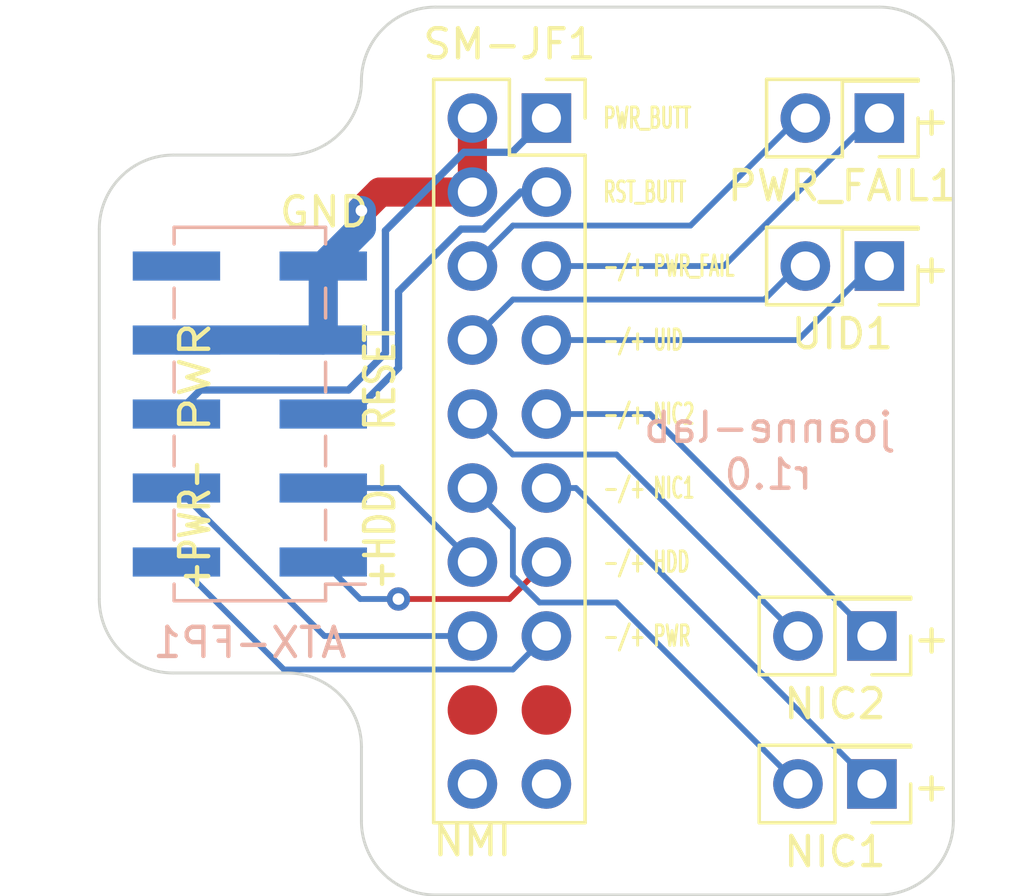
<source format=kicad_pcb>
(kicad_pcb (version 20221018) (generator pcbnew)
  (layers (0 "F.Cu" signal) (31 "B.Cu" signal) (34 "B.Paste" user) (35 "F.Paste" user) (36 "B.SilkS" user "B.Silkscreen") (37 "F.SilkS" user "F.Silkscreen") (38 "B.Mask" user) (39 "F.Mask" user) (44 "Edge.Cuts" user))
  (net 0 "")
  (net 1 "/HDD_LED+")
  (net 2 "/PWR_LED+")
  (net 3 "/HDD_LED-")
  (net 4 "/PWR_LED-")
  (net 5 "/RESET_BUTT")
  (net 6 "/PWR_BUTT")
  (net 7 "GND")
  (net 9 "/NIC1_LED-")
  (net 10 "/NIC1_LED+")
  (net 11 "/NIC2_LED-")
  (net 12 "/NIC2_LED+")
  (net 13 "/PWR_FAIL_LED-")
  (net 14 "/PWR_FAIL_LED+")
  (net 15 "/UID_LED-")
  (net 16 "/UID_LED+")
  (net 17 "/NMI")
  (footprint "Connector_PinHeader_2.54mm:PinHeader_2x01_P2.54mm_Vertical" (layer "F.Cu") (at 122.936 81.28 180)
    (fp_text reference "NIC2" (at 1.27 -2.33) (layer "F.SilkS"))
    (fp_text value "Conn_01x02_Pin")
    (fp_line (start -1.33 -1.33) (end 0 -1.33) (stroke (width 0.12)) (layer "F.SilkS"))
    (fp_line (start -1.33 0) (end -1.33 -1.33) (stroke (width 0.12)) (layer "F.SilkS"))
    (fp_line (start -1.33 1.27) (end -1.33 1.33) (stroke (width 0.12)) (layer "F.SilkS"))
    (fp_line (start -1.33 1.27) (end 1.27 1.27) (stroke (width 0.12)) (layer "F.SilkS"))
    (fp_line (start -1.33 1.33) (end 3.87 1.33) (stroke (width 0.12)) (layer "F.SilkS"))
    (fp_line (start 1.27 -1.33) (end 3.87 -1.33) (stroke (width 0.12)) (layer "F.SilkS"))
    (fp_line (start 1.27 1.27) (end 1.27 -1.33) (stroke (width 0.12)) (layer "F.SilkS"))
    (fp_line (start 3.87 -1.33) (end 3.87 1.33) (stroke (width 0.12)) (layer "F.SilkS"))
    (pad "1" thru_hole rect (at 0 0 180) (size 1.7 1.7) (drill 1) (layers "*.Cu" "*.Mask") (net 12 "/NIC2_LED+"))
    (pad "2" thru_hole oval (at 2.54 0 180) (size 1.7 1.7) (drill 1) (layers "*.Cu" "*.Mask") (net 11 "/NIC2_LED-"))
  )
  (footprint "Connector_PinSocket_2.54mm:PinSocket_2x10_P2.54mm_Vertical" (layer "F.Cu") (at 111.76 63.5)
    (fp_text reference "SM-JF1" (at -1.27 -2.54) (layer "F.SilkS"))
    (fp_text value "Conn_02x10_Odd_Even")
    (fp_line (start -3.87 -1.33) (end -3.87 24.19) (stroke (width 0.12)) (layer "F.SilkS"))
    (fp_line (start -3.87 -1.33) (end -1.27 -1.33) (stroke (width 0.12)) (layer "F.SilkS"))
    (fp_line (start -3.87 24.19) (end 1.33 24.19) (stroke (width 0.12)) (layer "F.SilkS"))
    (fp_line (start -1.27 -1.33) (end -1.27 1.27) (stroke (width 0.12)) (layer "F.SilkS"))
    (fp_line (start -1.27 1.27) (end 1.33 1.27) (stroke (width 0.12)) (layer "F.SilkS"))
    (fp_line (start 0 -1.33) (end 1.33 -1.33) (stroke (width 0.12)) (layer "F.SilkS"))
    (fp_line (start 1.33 -1.33) (end 1.33 0) (stroke (width 0.12)) (layer "F.SilkS"))
    (fp_line (start 1.33 1.27) (end 1.33 24.19) (stroke (width 0.12)) (layer "F.SilkS"))
    (pad "1" thru_hole rect (at 0 0) (size 1.7 1.7) (drill 1) (layers "*.Cu" "*.Mask") (net 6 "/PWR_BUTT"))
    (pad "2" thru_hole oval (at -2.54 0) (size 1.7 1.7) (drill 1) (layers "*.Cu" "*.Mask") (net 7 "GND"))
    (pad "3" thru_hole oval (at 0 2.54) (size 1.7 1.7) (drill 1) (layers "*.Cu" "*.Mask") (net 5 "/RESET_BUTT"))
    (pad "4" thru_hole oval (at -2.54 2.54) (size 1.7 1.7) (drill 1) (layers "*.Cu" "*.Mask") (net 7 "GND"))
    (pad "5" thru_hole oval (at 0 5.08) (size 1.7 1.7) (drill 1) (layers "*.Cu" "*.Mask") (net 14 "/PWR_FAIL_LED+"))
    (pad "6" thru_hole oval (at -2.54 5.08) (size 1.7 1.7) (drill 1) (layers "*.Cu" "*.Mask") (net 13 "/PWR_FAIL_LED-"))
    (pad "7" thru_hole oval (at 0 7.62) (size 1.7 1.7) (drill 1) (layers "*.Cu" "*.Mask") (net 16 "/UID_LED+"))
    (pad "8" thru_hole oval (at -2.54 7.62) (size 1.7 1.7) (drill 1) (layers "*.Cu" "*.Mask") (net 15 "/UID_LED-"))
    (pad "9" thru_hole oval (at 0 10.16) (size 1.7 1.7) (drill 1) (layers "*.Cu" "*.Mask") (net 12 "/NIC2_LED+"))
    (pad "10" thru_hole oval (at -2.54 10.16) (size 1.7 1.7) (drill 1) (layers "*.Cu" "*.Mask") (net 11 "/NIC2_LED-"))
    (pad "11" thru_hole oval (at 0 12.7) (size 1.7 1.7) (drill 1) (layers "*.Cu" "*.Mask") (net 10 "/NIC1_LED+"))
    (pad "12" thru_hole oval (at -2.54 12.7) (size 1.7 1.7) (drill 1) (layers "*.Cu" "*.Mask") (net 9 "/NIC1_LED-"))
    (pad "13" thru_hole oval (at 0 15.24) (size 1.7 1.7) (drill 1) (layers "*.Cu" "*.Mask") (net 1 "/HDD_LED+"))
    (pad "14" thru_hole oval (at -2.54 15.24) (size 1.7 1.7) (drill 1) (layers "*.Cu" "*.Mask") (net 3 "/HDD_LED-"))
    (pad "15" thru_hole oval (at 0 17.78) (size 1.7 1.7) (drill 1) (layers "*.Cu" "*.Mask") (net 2 "/PWR_LED+"))
    (pad "16" thru_hole oval (at -2.54 17.78) (size 1.7 1.7) (drill 1) (layers "*.Cu" "*.Mask") (net 4 "/PWR_LED-"))
    (pad "17" smd oval (at 0 20.32) (size 1.7 1.7) (layers "F.Cu" "Dwgs.User"))
    (pad "18" smd oval (at -2.54 20.32) (size 1.7 1.7) (layers "F.Cu" "Dwgs.User"))
    (pad "19" thru_hole oval (at 0 22.86) (size 1.7 1.7) (drill 1) (layers "*.Cu" "*.Mask"))
    (pad "20" thru_hole oval (at -2.54 22.86) (size 1.7 1.7) (drill 1) (layers "*.Cu" "*.Mask") (net 17 "/NMI"))
  )
  (footprint "Connector_PinHeader_2.54mm:PinHeader_2x01_P2.54mm_Vertical" (layer "F.Cu") (at 122.936 86.36 180)
    (fp_text reference "NIC1" (at 1.27 -2.33) (layer "F.SilkS"))
    (fp_text value "Conn_01x02_Pin")
    (fp_line (start -1.33 -1.33) (end 0 -1.33) (stroke (width 0.12)) (layer "F.SilkS"))
    (fp_line (start -1.33 0) (end -1.33 -1.33) (stroke (width 0.12)) (layer "F.SilkS"))
    (fp_line (start -1.33 1.27) (end -1.33 1.33) (stroke (width 0.12)) (layer "F.SilkS"))
    (fp_line (start -1.33 1.27) (end 1.27 1.27) (stroke (width 0.12)) (layer "F.SilkS"))
    (fp_line (start -1.33 1.33) (end 3.87 1.33) (stroke (width 0.12)) (layer "F.SilkS"))
    (fp_line (start 1.27 -1.33) (end 3.87 -1.33) (stroke (width 0.12)) (layer "F.SilkS"))
    (fp_line (start 1.27 1.27) (end 1.27 -1.33) (stroke (width 0.12)) (layer "F.SilkS"))
    (fp_line (start 3.87 -1.33) (end 3.87 1.33) (stroke (width 0.12)) (layer "F.SilkS"))
    (pad "1" thru_hole rect (at 0 0 180) (size 1.7 1.7) (drill 1) (layers "*.Cu" "*.Mask") (net 10 "/NIC1_LED+"))
    (pad "2" thru_hole oval (at 2.54 0 180) (size 1.7 1.7) (drill 1) (layers "*.Cu" "*.Mask") (net 9 "/NIC1_LED-"))
  )
  (footprint "Connector_PinHeader_2.54mm:PinHeader_2x01_P2.54mm_Vertical" (layer "F.Cu") (at 123.19 63.5 180)
    (fp_text reference "PWR_FAIL1" (at 1.27 -2.33) (layer "F.SilkS"))
    (fp_text value "Conn_01x02_Pin")
    (fp_line (start -1.33 -1.33) (end 0 -1.33) (stroke (width 0.12)) (layer "F.SilkS"))
    (fp_line (start -1.33 0) (end -1.33 -1.33) (stroke (width 0.12)) (layer "F.SilkS"))
    (fp_line (start -1.33 1.27) (end -1.33 1.33) (stroke (width 0.12)) (layer "F.SilkS"))
    (fp_line (start -1.33 1.27) (end 1.27 1.27) (stroke (width 0.12)) (layer "F.SilkS"))
    (fp_line (start -1.33 1.33) (end 3.87 1.33) (stroke (width 0.12)) (layer "F.SilkS"))
    (fp_line (start 1.27 -1.33) (end 3.87 -1.33) (stroke (width 0.12)) (layer "F.SilkS"))
    (fp_line (start 1.27 1.27) (end 1.27 -1.33) (stroke (width 0.12)) (layer "F.SilkS"))
    (fp_line (start 3.87 -1.33) (end 3.87 1.33) (stroke (width 0.12)) (layer "F.SilkS"))
    (pad "1" thru_hole rect (at 0 0 180) (size 1.7 1.7) (drill 1) (layers "*.Cu" "*.Mask") (net 14 "/PWR_FAIL_LED+"))
    (pad "2" thru_hole oval (at 2.54 0 180) (size 1.7 1.7) (drill 1) (layers "*.Cu" "*.Mask") (net 13 "/PWR_FAIL_LED-"))
  )
  (footprint "Connector_PinHeader_2.54mm:PinHeader_2x01_P2.54mm_Vertical" (layer "F.Cu") (at 123.19 68.58 180)
    (fp_text reference "UID1" (at 1.27 -2.33) (layer "F.SilkS"))
    (fp_text value "Conn_01x02_Pin")
    (fp_line (start -1.33 -1.33) (end 0 -1.33) (stroke (width 0.12)) (layer "F.SilkS"))
    (fp_line (start -1.33 0) (end -1.33 -1.33) (stroke (width 0.12)) (layer "F.SilkS"))
    (fp_line (start -1.33 1.27) (end -1.33 1.33) (stroke (width 0.12)) (layer "F.SilkS"))
    (fp_line (start -1.33 1.27) (end 1.27 1.27) (stroke (width 0.12)) (layer "F.SilkS"))
    (fp_line (start -1.33 1.33) (end 3.87 1.33) (stroke (width 0.12)) (layer "F.SilkS"))
    (fp_line (start 1.27 -1.33) (end 3.87 -1.33) (stroke (width 0.12)) (layer "F.SilkS"))
    (fp_line (start 1.27 1.27) (end 1.27 -1.33) (stroke (width 0.12)) (layer "F.SilkS"))
    (fp_line (start 3.87 -1.33) (end 3.87 1.33) (stroke (width 0.12)) (layer "F.SilkS"))
    (pad "1" thru_hole rect (at 0 0 180) (size 1.7 1.7) (drill 1) (layers "*.Cu" "*.Mask") (net 16 "/UID_LED+"))
    (pad "2" thru_hole oval (at 2.54 0 180) (size 1.7 1.7) (drill 1) (layers "*.Cu" "*.Mask") (net 15 "/UID_LED-"))
  )
  (footprint "Connector_PinSocket_2.54mm:PinSocket_2x05_P2.54mm_Vertical_SMD" (layer "B.Cu") (at 101.58 73.66)
    (fp_text reference "ATX-FP1" (at 0 7.85 180) (layer "B.SilkS") (effects (justify mirror)))
    (fp_text value "Conn_02x05_Odd_Even")
    (fp_line (start -2.6 -6.41) (end 2.6 -6.41) (stroke (width 0.12)) (layer "B.SilkS"))
    (fp_line (start -2.6 -5.84) (end -2.6 -6.41) (stroke (width 0.12)) (layer "B.SilkS"))
    (fp_line (start -2.6 -3.3) (end -2.6 -4.32) (stroke (width 0.12)) (layer "B.SilkS"))
    (fp_line (start -2.6 -0.76) (end -2.6 -1.78) (stroke (width 0.12)) (layer "B.SilkS"))
    (fp_line (start -2.6 1.78) (end -2.6 0.76) (stroke (width 0.12)) (layer "B.SilkS"))
    (fp_line (start -2.6 4.32) (end -2.6 3.3) (stroke (width 0.12)) (layer "B.SilkS"))
    (fp_line (start -2.6 6.41) (end -2.6 5.84) (stroke (width 0.12)) (layer "B.SilkS"))
    (fp_line (start -2.6 6.41) (end 2.6 6.41) (stroke (width 0.12)) (layer "B.SilkS"))
    (fp_line (start 2.6 -5.84) (end 2.6 -6.41) (stroke (width 0.12)) (layer "B.SilkS"))
    (fp_line (start 2.6 -3.3) (end 2.6 -4.32) (stroke (width 0.12)) (layer "B.SilkS"))
    (fp_line (start 2.6 -0.76) (end 2.6 -1.78) (stroke (width 0.12)) (layer "B.SilkS"))
    (fp_line (start 2.6 1.78) (end 2.6 0.76) (stroke (width 0.12)) (layer "B.SilkS"))
    (fp_line (start 2.6 4.32) (end 2.6 3.3) (stroke (width 0.12)) (layer "B.SilkS"))
    (fp_line (start 2.6 5.84) (end 3.96 5.84) (stroke (width 0.12)) (layer "B.SilkS"))
    (fp_line (start 2.6 6.41) (end 2.6 5.84) (stroke (width 0.12)) (layer "B.SilkS"))
    (pad "1" smd rect (at 2.52 5.08) (size 3 1) (layers "B.Cu" "B.Paste" "B.Mask") (net 1 "/HDD_LED+"))
    (pad "2" smd rect (at -2.52 5.08) (size 3 1) (layers "B.Cu" "B.Paste" "B.Mask") (net 2 "/PWR_LED+"))
    (pad "3" smd rect (at 2.52 2.54) (size 3 1) (layers "B.Cu" "B.Paste" "B.Mask") (net 3 "/HDD_LED-"))
    (pad "4" smd rect (at -2.52 2.54) (size 3 1) (layers "B.Cu" "B.Paste" "B.Mask") (net 4 "/PWR_LED-"))
    (pad "5" smd rect (at 2.52 0) (size 3 1) (layers "B.Cu" "B.Paste" "B.Mask") (net 5 "/RESET_BUTT"))
    (pad "6" smd rect (at -2.52 0) (size 3 1) (layers "B.Cu" "B.Paste" "B.Mask") (net 6 "/PWR_BUTT"))
    (pad "7" smd rect (at 2.52 -2.54) (size 3 1) (layers "B.Cu" "B.Paste" "B.Mask") (net 7 "GND"))
    (pad "8" smd rect (at -2.52 -2.54) (size 3 1) (layers "B.Cu" "B.Paste" "B.Mask") (net 7 "GND"))
    (pad "9" smd rect (at 2.52 -5.08) (size 3 1) (layers "B.Cu" "B.Paste" "B.Mask") (net 7 "GND"))
    (pad "10" smd rect (at -2.52 -5.08) (size 3 1) (layers "B.Cu" "B.Paste" "B.Mask"))
  )
  (gr_arc (start 125.73 87.63) (mid 124.986051 89.426051) (end 123.19 90.17) (stroke (width 0.1)) (layer "Edge.Cuts"))
  (gr_line (start 123.19 59.69) (end 107.95 59.69) (stroke (width 0.1)) (layer "Edge.Cuts"))
  (gr_line (start 102.87 64.77) (end 98.951051 64.77) (stroke (width 0.1)) (layer "Edge.Cuts"))
  (gr_line (start 105.41 85.09) (end 105.41 87.63) (stroke (width 0.1)) (layer "Edge.Cuts"))
  (gr_arc (start 107.95 90.17) (mid 106.153949 89.426051) (end 105.41 87.63) (stroke (width 0.1)) (layer "Edge.Cuts"))
  (gr_arc (start 98.951051 82.55) (mid 97.155 81.806051) (end 96.411051 80.01) (stroke (width 0.1)) (layer "Edge.Cuts"))
  (gr_line (start 96.411051 80.01) (end 96.411051 67.31) (stroke (width 0.1)) (layer "Edge.Cuts"))
  (gr_arc (start 105.41 62.23) (mid 106.153949 60.433949) (end 107.95 59.69) (stroke (width 0.1)) (layer "Edge.Cuts"))
  (gr_line (start 125.73 62.23) (end 125.73 87.63) (stroke (width 0.1)) (layer "Edge.Cuts"))
  (gr_arc (start 105.41 62.23) (mid 104.666051 64.026051) (end 102.87 64.77) (stroke (width 0.1)) (layer "Edge.Cuts"))
  (gr_arc (start 102.87 82.55) (mid 104.666051 83.293949) (end 105.41 85.09) (stroke (width 0.1)) (layer "Edge.Cuts"))
  (gr_line (start 123.19 90.17) (end 107.95 90.17) (stroke (width 0.1)) (layer "Edge.Cuts"))
  (gr_line (start 98.951051 82.55) (end 102.87 82.55) (stroke (width 0.1)) (layer "Edge.Cuts"))
  (gr_arc (start 123.19 59.69) (mid 124.986051 60.433949) (end 125.73 62.23) (stroke (width 0.1)) (layer "Edge.Cuts"))
  (gr_arc (start 96.411051 67.31) (mid 97.155 65.513949) (end 98.951051 64.77) (stroke (width 0.1)) (layer "Edge.Cuts"))
  (gr_text "joanne-lab\nr1.0" (at 119.38 74.93) (layer "B.SilkS") (effects (font (size 1 1)) (justify mirror)))
  (gr_text "GND" (at 104.14 67.31) (layer "F.SilkS") (effects (font (size 1 1)) (justify bottom)))
  (gr_text "RST_BUTT" (at 113.665 66.04) (layer "F.SilkS") (effects (font (size 0.7 0.4) (thickness 0.1)) (justify left)))
  (gr_text "NMI" (at 109.22 88.9) (layer "F.SilkS") (effects (font (size 1 1)) (justify bottom)))
  (gr_text "+HDD-" (at 106.045 77.47 90) (layer "F.SilkS") (effects (font (size 1 0.8))))
  (gr_text "-/+ NIC1" (at 113.665 76.2) (layer "F.SilkS") (effects (font (size 0.7 0.4) (thickness 0.1)) (justify left)))
  (gr_text "-/+ NIC2" (at 113.665 73.66) (layer "F.SilkS") (effects (font (size 0.7 0.4) (thickness 0.1)) (justify left)))
  (gr_text "+" (at 124.266 81.945) (layer "F.SilkS") (effects (font (size 1 1)) (justify left bottom)))
  (gr_text "+" (at 124.266 87.025) (layer "F.SilkS") (effects (font (size 1 1)) (justify left bottom)))
  (gr_text "-/+ UID" (at 113.665 71.12) (layer "F.SilkS") (effects (font (size 0.7 0.4) (thickness 0.1)) (justify left)))
  (gr_text "-/+ PWR\n" (at 113.665 81.28) (layer "F.SilkS") (effects (font (size 0.7 0.4) (thickness 0.1)) (justify left)))
  (gr_text "+" (at 124.266 69.245) (layer "F.SilkS") (effects (font (size 1 1)) (justify left bottom)))
  (gr_text "PWR" (at 99.695 72.39 90) (layer "F.SilkS") (effects (font (size 1 1.2))))
  (gr_text "RESET" (at 106.045 72.39 90) (layer "F.SilkS") (effects (font (size 1 0.8))))
  (gr_text "PWR_BUTT" (at 113.665 63.5) (layer "F.SilkS") (effects (font (size 0.7 0.4) (thickness 0.1)) (justify left)))
  (gr_text "+\n" (at 124.266 64.165) (layer "F.SilkS") (effects (font (size 1 1)) (justify left bottom)))
  (gr_text "+PWR-" (at 99.695 77.47 90) (layer "F.SilkS") (effects (font (size 1 0.8))))
  (gr_text "-/+ HDD" (at 113.665 78.74) (layer "F.SilkS") (effects (font (size 0.7 0.4) (thickness 0.1)) (justify left)))
  (gr_text "-/+ PWR_FAIL" (at 113.665 68.58) (layer "F.SilkS") (effects (font (size 0.7 0.4) (thickness 0.1)) (justify left)))
  (segment (start 106.68 80.01) (end 110.49 80.01) (width 0.2) (layer "F.Cu") (net 1))
  (segment (start 110.49 80.01) (end 111.76 78.74) (width 0.2) (layer "F.Cu") (net 1))
  (via (at 106.68 80.01) (size 0.8) (drill 0.4) (layers "F.Cu" "B.Cu") (net 1))
  (segment (start 104.1 78.74) (end 105.37 80.01) (width 0.2) (layer "B.Cu") (net 1))
  (segment (start 105.37 80.01) (end 106.68 80.01) (width 0.2) (layer "B.Cu") (net 1))
  (segment (start 110.61 82.43) (end 102.75 82.43) (width 0.2) (layer "B.Cu") (net 2))
  (segment (start 111.76 81.28) (end 110.61 82.43) (width 0.2) (layer "B.Cu") (net 2))
  (segment (start 102.75 82.43) (end 99.06 78.74) (width 0.2) (layer "B.Cu") (net 2))
  (segment (start 104.1 76.2) (end 106.68 76.2) (width 0.2) (layer "B.Cu") (net 3))
  (segment (start 106.68 76.2) (end 109.22 78.74) (width 0.2) (layer "B.Cu") (net 3))
  (segment (start 104.14 81.28) (end 99.06 76.2) (width 0.2) (layer "B.Cu") (net 4))
  (segment (start 109.22 81.28) (end 104.14 81.28) (width 0.2) (layer "B.Cu") (net 4))
  (segment (start 111.76 66.04) (end 110.881701 66.04) (width 0.25) (layer "B.Cu") (net 5))
  (segment (start 105.1 73.66) (end 104.1 73.66) (width 0.25) (layer "B.Cu") (net 5))
  (segment (start 109.611701 67.31) (end 108.828299 67.31) (width 0.25) (layer "B.Cu") (net 5))
  (segment (start 106.685 69.453299) (end 106.685 72.075) (width 0.25) (layer "B.Cu") (net 5))
  (segment (start 108.828299 67.31) (end 106.685 69.453299) (width 0.25) (layer "B.Cu") (net 5))
  (segment (start 106.685 72.075) (end 105.1 73.66) (width 0.25) (layer "B.Cu") (net 5))
  (segment (start 110.881701 66.04) (end 109.611701 67.31) (width 0.25) (layer "B.Cu") (net 5))
  (segment (start 104.965 72.835) (end 99.885 72.835) (width 0.25) (layer "B.Cu") (net 6))
  (segment (start 108.923299 64.675) (end 106.235 67.363299) (width 0.25) (layer "B.Cu") (net 6))
  (segment (start 110.585 64.675) (end 108.923299 64.675) (width 0.25) (layer "B.Cu") (net 6))
  (segment (start 106.235 67.363299) (end 106.235 71.565) (width 0.25) (layer "B.Cu") (net 6))
  (segment (start 99.885 72.835) (end 99.06 73.66) (width 0.25) (layer "B.Cu") (net 6))
  (segment (start 106.235 71.565) (end 104.965 72.835) (width 0.25) (layer "B.Cu") (net 6))
  (segment (start 111.76 63.5) (end 110.585 64.675) (width 0.25) (layer "B.Cu") (net 6))
  (segment (start 109.22 63.5) (end 109.22 66.04) (width 1) (layer "F.Cu") (net 7))
  (segment (start 106.045 66.04) (end 105.41 66.675) (width 1) (layer "F.Cu") (net 7))
  (segment (start 109.22 66.04) (end 106.045 66.04) (width 1) (layer "F.Cu") (net 7))
  (via (at 105.41 66.675) (size 0.8) (drill 0.4) (layers "F.Cu" "B.Cu") (net 7))
  (segment (start 104.1 71.12) (end 99.06 71.12) (width 1) (layer "B.Cu") (net 7))
  (segment (start 104.1 68.58) (end 104.1 71.12) (width 1) (layer "B.Cu") (net 7))
  (segment (start 105.41 67.27) (end 104.1 68.58) (width 1) (layer "B.Cu") (net 7))
  (segment (start 105.41 66.675) (end 105.41 67.27) (width 1) (layer "B.Cu") (net 7))
  (segment (start 120.396 86.36) (end 114.166 80.13) (width 0.2) (layer "B.Cu") (net 9))
  (segment (start 110.61 79.216346) (end 110.61 77.59) (width 0.2) (layer "B.Cu") (net 9))
  (segment (start 111.523654 80.13) (end 110.61 79.216346) (width 0.2) (layer "B.Cu") (net 9))
  (segment (start 110.61 77.59) (end 109.22 76.2) (width 0.2) (layer "B.Cu") (net 9))
  (segment (start 114.166 80.13) (end 111.523654 80.13) (width 0.2) (layer "B.Cu") (net 9))
  (segment (start 122.936 86.36) (end 112.776 76.2) (width 0.2) (layer "B.Cu") (net 10))
  (segment (start 112.776 76.2) (end 111.76 76.2) (width 0.2) (layer "B.Cu") (net 10))
  (segment (start 114.166 75.05) (end 110.61 75.05) (width 0.2) (layer "B.Cu") (net 11))
  (segment (start 120.396 81.28) (end 114.166 75.05) (width 0.2) (layer "B.Cu") (net 11))
  (segment (start 110.61 75.05) (end 109.22 73.66) (width 0.2) (layer "B.Cu") (net 11))
  (segment (start 115.316 73.66) (end 111.76 73.66) (width 0.2) (layer "B.Cu") (net 12))
  (segment (start 122.936 81.28) (end 115.316 73.66) (width 0.2) (layer "B.Cu") (net 12))
  (segment (start 116.706 67.19) (end 110.61 67.19) (width 0.2) (layer "B.Cu") (net 13))
  (segment (start 110.61 67.19) (end 109.22 68.58) (width 0.2) (layer "B.Cu") (net 13))
  (segment (start 120.396 63.5) (end 116.706 67.19) (width 0.2) (layer "B.Cu") (net 13))
  (segment (start 122.936 63.5) (end 117.856 68.58) (width 0.2) (layer "B.Cu") (net 14))
  (segment (start 117.856 68.58) (end 111.76 68.58) (width 0.2) (layer "B.Cu") (net 14))
  (segment (start 120.396 68.58) (end 119.246 69.73) (width 0.2) (layer "B.Cu") (net 15))
  (segment (start 119.246 69.73) (end 110.61 69.73) (width 0.2) (layer "B.Cu") (net 15))
  (segment (start 110.61 69.73) (end 109.22 71.12) (width 0.2) (layer "B.Cu") (net 15))
  (segment (start 120.396 71.12) (end 111.76 71.12) (width 0.2) (layer "B.Cu") (net 16))
  (segment (start 122.936 68.58) (end 120.396 71.12) (width 0.2) (layer "B.Cu") (net 16))
)
</source>
